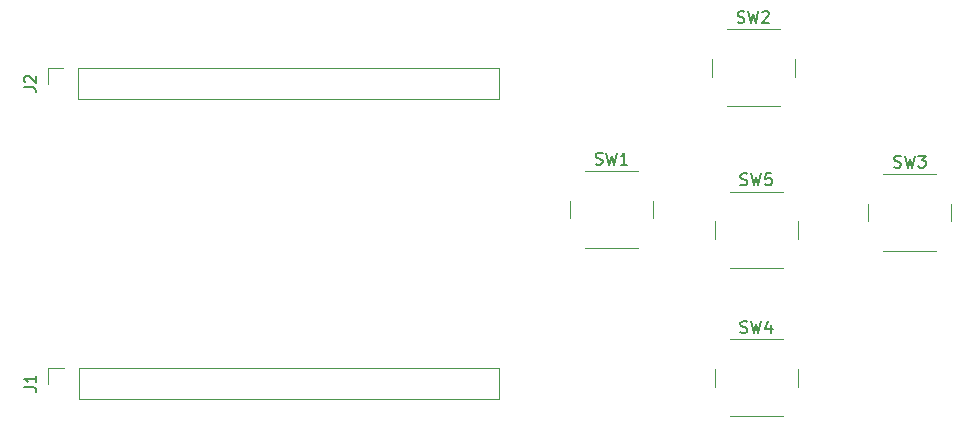
<source format=gbr>
%TF.GenerationSoftware,KiCad,Pcbnew,8.0.8*%
%TF.CreationDate,2025-06-12T22:03:47+05:30*%
%TF.ProjectId,Smart_Tic_Tac_Toe,536d6172-745f-4546-9963-5f5461635f54,rev?*%
%TF.SameCoordinates,Original*%
%TF.FileFunction,Legend,Top*%
%TF.FilePolarity,Positive*%
%FSLAX46Y46*%
G04 Gerber Fmt 4.6, Leading zero omitted, Abs format (unit mm)*
G04 Created by KiCad (PCBNEW 8.0.8) date 2025-06-12 22:03:47*
%MOMM*%
%LPD*%
G01*
G04 APERTURE LIST*
%ADD10C,0.150000*%
%ADD11C,0.120000*%
G04 APERTURE END LIST*
D10*
X133986667Y-81817200D02*
X134129524Y-81864819D01*
X134129524Y-81864819D02*
X134367619Y-81864819D01*
X134367619Y-81864819D02*
X134462857Y-81817200D01*
X134462857Y-81817200D02*
X134510476Y-81769580D01*
X134510476Y-81769580D02*
X134558095Y-81674342D01*
X134558095Y-81674342D02*
X134558095Y-81579104D01*
X134558095Y-81579104D02*
X134510476Y-81483866D01*
X134510476Y-81483866D02*
X134462857Y-81436247D01*
X134462857Y-81436247D02*
X134367619Y-81388628D01*
X134367619Y-81388628D02*
X134177143Y-81341009D01*
X134177143Y-81341009D02*
X134081905Y-81293390D01*
X134081905Y-81293390D02*
X134034286Y-81245771D01*
X134034286Y-81245771D02*
X133986667Y-81150533D01*
X133986667Y-81150533D02*
X133986667Y-81055295D01*
X133986667Y-81055295D02*
X134034286Y-80960057D01*
X134034286Y-80960057D02*
X134081905Y-80912438D01*
X134081905Y-80912438D02*
X134177143Y-80864819D01*
X134177143Y-80864819D02*
X134415238Y-80864819D01*
X134415238Y-80864819D02*
X134558095Y-80912438D01*
X134891429Y-80864819D02*
X135129524Y-81864819D01*
X135129524Y-81864819D02*
X135320000Y-81150533D01*
X135320000Y-81150533D02*
X135510476Y-81864819D01*
X135510476Y-81864819D02*
X135748572Y-80864819D01*
X136653333Y-81864819D02*
X136081905Y-81864819D01*
X136367619Y-81864819D02*
X136367619Y-80864819D01*
X136367619Y-80864819D02*
X136272381Y-81007676D01*
X136272381Y-81007676D02*
X136177143Y-81102914D01*
X136177143Y-81102914D02*
X136081905Y-81150533D01*
X145986667Y-69817200D02*
X146129524Y-69864819D01*
X146129524Y-69864819D02*
X146367619Y-69864819D01*
X146367619Y-69864819D02*
X146462857Y-69817200D01*
X146462857Y-69817200D02*
X146510476Y-69769580D01*
X146510476Y-69769580D02*
X146558095Y-69674342D01*
X146558095Y-69674342D02*
X146558095Y-69579104D01*
X146558095Y-69579104D02*
X146510476Y-69483866D01*
X146510476Y-69483866D02*
X146462857Y-69436247D01*
X146462857Y-69436247D02*
X146367619Y-69388628D01*
X146367619Y-69388628D02*
X146177143Y-69341009D01*
X146177143Y-69341009D02*
X146081905Y-69293390D01*
X146081905Y-69293390D02*
X146034286Y-69245771D01*
X146034286Y-69245771D02*
X145986667Y-69150533D01*
X145986667Y-69150533D02*
X145986667Y-69055295D01*
X145986667Y-69055295D02*
X146034286Y-68960057D01*
X146034286Y-68960057D02*
X146081905Y-68912438D01*
X146081905Y-68912438D02*
X146177143Y-68864819D01*
X146177143Y-68864819D02*
X146415238Y-68864819D01*
X146415238Y-68864819D02*
X146558095Y-68912438D01*
X146891429Y-68864819D02*
X147129524Y-69864819D01*
X147129524Y-69864819D02*
X147320000Y-69150533D01*
X147320000Y-69150533D02*
X147510476Y-69864819D01*
X147510476Y-69864819D02*
X147748572Y-68864819D01*
X148081905Y-68960057D02*
X148129524Y-68912438D01*
X148129524Y-68912438D02*
X148224762Y-68864819D01*
X148224762Y-68864819D02*
X148462857Y-68864819D01*
X148462857Y-68864819D02*
X148558095Y-68912438D01*
X148558095Y-68912438D02*
X148605714Y-68960057D01*
X148605714Y-68960057D02*
X148653333Y-69055295D01*
X148653333Y-69055295D02*
X148653333Y-69150533D01*
X148653333Y-69150533D02*
X148605714Y-69293390D01*
X148605714Y-69293390D02*
X148034286Y-69864819D01*
X148034286Y-69864819D02*
X148653333Y-69864819D01*
X85614819Y-100733333D02*
X86329104Y-100733333D01*
X86329104Y-100733333D02*
X86471961Y-100780952D01*
X86471961Y-100780952D02*
X86567200Y-100876190D01*
X86567200Y-100876190D02*
X86614819Y-101019047D01*
X86614819Y-101019047D02*
X86614819Y-101114285D01*
X86614819Y-99733333D02*
X86614819Y-100304761D01*
X86614819Y-100019047D02*
X85614819Y-100019047D01*
X85614819Y-100019047D02*
X85757676Y-100114285D01*
X85757676Y-100114285D02*
X85852914Y-100209523D01*
X85852914Y-100209523D02*
X85900533Y-100304761D01*
X146236667Y-83567200D02*
X146379524Y-83614819D01*
X146379524Y-83614819D02*
X146617619Y-83614819D01*
X146617619Y-83614819D02*
X146712857Y-83567200D01*
X146712857Y-83567200D02*
X146760476Y-83519580D01*
X146760476Y-83519580D02*
X146808095Y-83424342D01*
X146808095Y-83424342D02*
X146808095Y-83329104D01*
X146808095Y-83329104D02*
X146760476Y-83233866D01*
X146760476Y-83233866D02*
X146712857Y-83186247D01*
X146712857Y-83186247D02*
X146617619Y-83138628D01*
X146617619Y-83138628D02*
X146427143Y-83091009D01*
X146427143Y-83091009D02*
X146331905Y-83043390D01*
X146331905Y-83043390D02*
X146284286Y-82995771D01*
X146284286Y-82995771D02*
X146236667Y-82900533D01*
X146236667Y-82900533D02*
X146236667Y-82805295D01*
X146236667Y-82805295D02*
X146284286Y-82710057D01*
X146284286Y-82710057D02*
X146331905Y-82662438D01*
X146331905Y-82662438D02*
X146427143Y-82614819D01*
X146427143Y-82614819D02*
X146665238Y-82614819D01*
X146665238Y-82614819D02*
X146808095Y-82662438D01*
X147141429Y-82614819D02*
X147379524Y-83614819D01*
X147379524Y-83614819D02*
X147570000Y-82900533D01*
X147570000Y-82900533D02*
X147760476Y-83614819D01*
X147760476Y-83614819D02*
X147998572Y-82614819D01*
X148855714Y-82614819D02*
X148379524Y-82614819D01*
X148379524Y-82614819D02*
X148331905Y-83091009D01*
X148331905Y-83091009D02*
X148379524Y-83043390D01*
X148379524Y-83043390D02*
X148474762Y-82995771D01*
X148474762Y-82995771D02*
X148712857Y-82995771D01*
X148712857Y-82995771D02*
X148808095Y-83043390D01*
X148808095Y-83043390D02*
X148855714Y-83091009D01*
X148855714Y-83091009D02*
X148903333Y-83186247D01*
X148903333Y-83186247D02*
X148903333Y-83424342D01*
X148903333Y-83424342D02*
X148855714Y-83519580D01*
X148855714Y-83519580D02*
X148808095Y-83567200D01*
X148808095Y-83567200D02*
X148712857Y-83614819D01*
X148712857Y-83614819D02*
X148474762Y-83614819D01*
X148474762Y-83614819D02*
X148379524Y-83567200D01*
X148379524Y-83567200D02*
X148331905Y-83519580D01*
X85584819Y-75333333D02*
X86299104Y-75333333D01*
X86299104Y-75333333D02*
X86441961Y-75380952D01*
X86441961Y-75380952D02*
X86537200Y-75476190D01*
X86537200Y-75476190D02*
X86584819Y-75619047D01*
X86584819Y-75619047D02*
X86584819Y-75714285D01*
X85680057Y-74904761D02*
X85632438Y-74857142D01*
X85632438Y-74857142D02*
X85584819Y-74761904D01*
X85584819Y-74761904D02*
X85584819Y-74523809D01*
X85584819Y-74523809D02*
X85632438Y-74428571D01*
X85632438Y-74428571D02*
X85680057Y-74380952D01*
X85680057Y-74380952D02*
X85775295Y-74333333D01*
X85775295Y-74333333D02*
X85870533Y-74333333D01*
X85870533Y-74333333D02*
X86013390Y-74380952D01*
X86013390Y-74380952D02*
X86584819Y-74952380D01*
X86584819Y-74952380D02*
X86584819Y-74333333D01*
X146236667Y-96067200D02*
X146379524Y-96114819D01*
X146379524Y-96114819D02*
X146617619Y-96114819D01*
X146617619Y-96114819D02*
X146712857Y-96067200D01*
X146712857Y-96067200D02*
X146760476Y-96019580D01*
X146760476Y-96019580D02*
X146808095Y-95924342D01*
X146808095Y-95924342D02*
X146808095Y-95829104D01*
X146808095Y-95829104D02*
X146760476Y-95733866D01*
X146760476Y-95733866D02*
X146712857Y-95686247D01*
X146712857Y-95686247D02*
X146617619Y-95638628D01*
X146617619Y-95638628D02*
X146427143Y-95591009D01*
X146427143Y-95591009D02*
X146331905Y-95543390D01*
X146331905Y-95543390D02*
X146284286Y-95495771D01*
X146284286Y-95495771D02*
X146236667Y-95400533D01*
X146236667Y-95400533D02*
X146236667Y-95305295D01*
X146236667Y-95305295D02*
X146284286Y-95210057D01*
X146284286Y-95210057D02*
X146331905Y-95162438D01*
X146331905Y-95162438D02*
X146427143Y-95114819D01*
X146427143Y-95114819D02*
X146665238Y-95114819D01*
X146665238Y-95114819D02*
X146808095Y-95162438D01*
X147141429Y-95114819D02*
X147379524Y-96114819D01*
X147379524Y-96114819D02*
X147570000Y-95400533D01*
X147570000Y-95400533D02*
X147760476Y-96114819D01*
X147760476Y-96114819D02*
X147998572Y-95114819D01*
X148808095Y-95448152D02*
X148808095Y-96114819D01*
X148570000Y-95067200D02*
X148331905Y-95781485D01*
X148331905Y-95781485D02*
X148950952Y-95781485D01*
X159236667Y-82067200D02*
X159379524Y-82114819D01*
X159379524Y-82114819D02*
X159617619Y-82114819D01*
X159617619Y-82114819D02*
X159712857Y-82067200D01*
X159712857Y-82067200D02*
X159760476Y-82019580D01*
X159760476Y-82019580D02*
X159808095Y-81924342D01*
X159808095Y-81924342D02*
X159808095Y-81829104D01*
X159808095Y-81829104D02*
X159760476Y-81733866D01*
X159760476Y-81733866D02*
X159712857Y-81686247D01*
X159712857Y-81686247D02*
X159617619Y-81638628D01*
X159617619Y-81638628D02*
X159427143Y-81591009D01*
X159427143Y-81591009D02*
X159331905Y-81543390D01*
X159331905Y-81543390D02*
X159284286Y-81495771D01*
X159284286Y-81495771D02*
X159236667Y-81400533D01*
X159236667Y-81400533D02*
X159236667Y-81305295D01*
X159236667Y-81305295D02*
X159284286Y-81210057D01*
X159284286Y-81210057D02*
X159331905Y-81162438D01*
X159331905Y-81162438D02*
X159427143Y-81114819D01*
X159427143Y-81114819D02*
X159665238Y-81114819D01*
X159665238Y-81114819D02*
X159808095Y-81162438D01*
X160141429Y-81114819D02*
X160379524Y-82114819D01*
X160379524Y-82114819D02*
X160570000Y-81400533D01*
X160570000Y-81400533D02*
X160760476Y-82114819D01*
X160760476Y-82114819D02*
X160998572Y-81114819D01*
X161284286Y-81114819D02*
X161903333Y-81114819D01*
X161903333Y-81114819D02*
X161570000Y-81495771D01*
X161570000Y-81495771D02*
X161712857Y-81495771D01*
X161712857Y-81495771D02*
X161808095Y-81543390D01*
X161808095Y-81543390D02*
X161855714Y-81591009D01*
X161855714Y-81591009D02*
X161903333Y-81686247D01*
X161903333Y-81686247D02*
X161903333Y-81924342D01*
X161903333Y-81924342D02*
X161855714Y-82019580D01*
X161855714Y-82019580D02*
X161808095Y-82067200D01*
X161808095Y-82067200D02*
X161712857Y-82114819D01*
X161712857Y-82114819D02*
X161427143Y-82114819D01*
X161427143Y-82114819D02*
X161331905Y-82067200D01*
X161331905Y-82067200D02*
X161284286Y-82019580D01*
D11*
%TO.C,SW1*%
X131820000Y-84910000D02*
X131820000Y-86410000D01*
X133070000Y-88910000D02*
X137570000Y-88910000D01*
X137570000Y-82410000D02*
X133070000Y-82410000D01*
X138820000Y-86410000D02*
X138820000Y-84910000D01*
%TO.C,SW2*%
X143820000Y-72910000D02*
X143820000Y-74410000D01*
X145070000Y-76910000D02*
X149570000Y-76910000D01*
X149570000Y-70410000D02*
X145070000Y-70410000D01*
X150820000Y-74410000D02*
X150820000Y-72910000D01*
%TO.C,J1*%
X87600000Y-99070000D02*
X88930000Y-99070000D01*
X87600000Y-100400000D02*
X87600000Y-99070000D01*
X90200000Y-99070000D02*
X125820000Y-99070000D01*
X90200000Y-101730000D02*
X90200000Y-99070000D01*
X90200000Y-101730000D02*
X125820000Y-101730000D01*
X125820000Y-101730000D02*
X125820000Y-99070000D01*
%TO.C,SW5*%
X144070000Y-86660000D02*
X144070000Y-88160000D01*
X145320000Y-90660000D02*
X149820000Y-90660000D01*
X149820000Y-84160000D02*
X145320000Y-84160000D01*
X151070000Y-88160000D02*
X151070000Y-86660000D01*
%TO.C,J2*%
X87570000Y-73670000D02*
X88900000Y-73670000D01*
X87570000Y-75000000D02*
X87570000Y-73670000D01*
X90170000Y-73670000D02*
X125790000Y-73670000D01*
X90170000Y-76330000D02*
X90170000Y-73670000D01*
X90170000Y-76330000D02*
X125790000Y-76330000D01*
X125790000Y-76330000D02*
X125790000Y-73670000D01*
%TO.C,SW4*%
X144070000Y-99160000D02*
X144070000Y-100660000D01*
X145320000Y-103160000D02*
X149820000Y-103160000D01*
X149820000Y-96660000D02*
X145320000Y-96660000D01*
X151070000Y-100660000D02*
X151070000Y-99160000D01*
%TO.C,SW3*%
X157070000Y-85160000D02*
X157070000Y-86660000D01*
X158320000Y-89160000D02*
X162820000Y-89160000D01*
X162820000Y-82660000D02*
X158320000Y-82660000D01*
X164070000Y-86660000D02*
X164070000Y-85160000D01*
%TD*%
M02*

</source>
